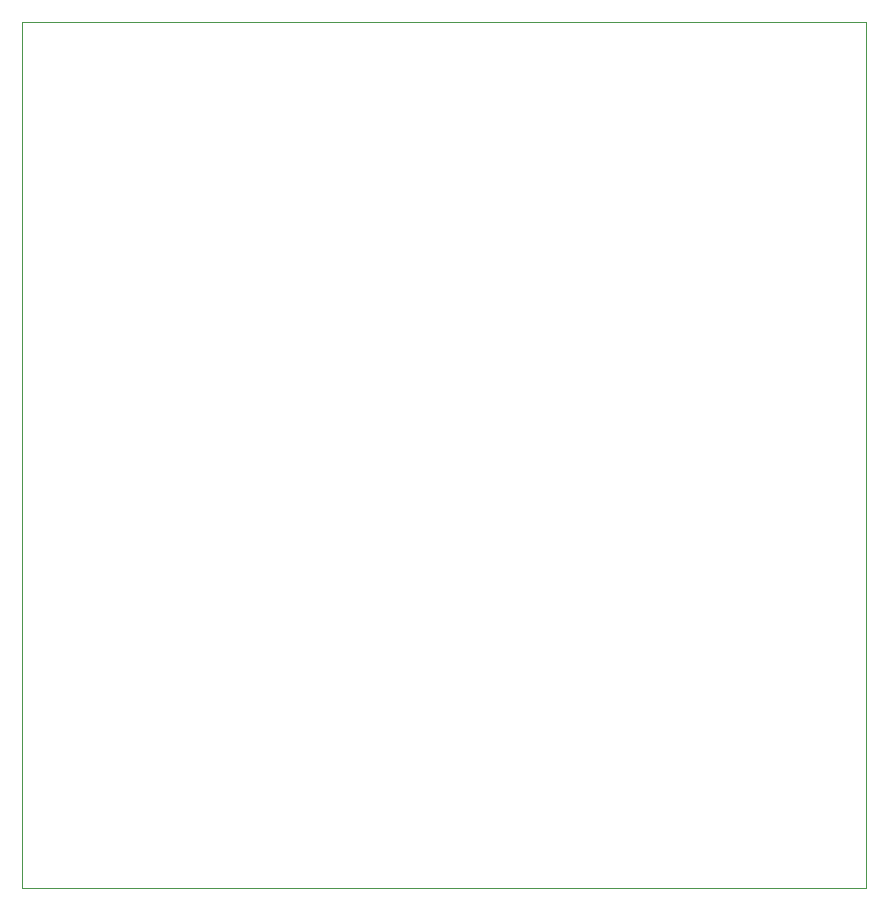
<source format=gbr>
G04 #@! TF.FileFunction,Other,ECO2*
%FSLAX46Y46*%
G04 Gerber Fmt 4.6, Leading zero omitted, Abs format (unit mm)*
G04 Created by KiCad (PCBNEW 0.201509020901+6148~28~ubuntu14.04.1-product) date Tue 20 Oct 2015 11:08:51 PM COT*
%MOMM*%
G01*
G04 APERTURE LIST*
%ADD10C,0.100000*%
G04 APERTURE END LIST*
D10*
X91038000Y-139272000D02*
X19537000Y-139272000D01*
X91038000Y-65993000D02*
X91038000Y-139272000D01*
X19537000Y-65993000D02*
X91038000Y-65993000D01*
X19537000Y-139272000D02*
X19537000Y-65993000D01*
M02*

</source>
